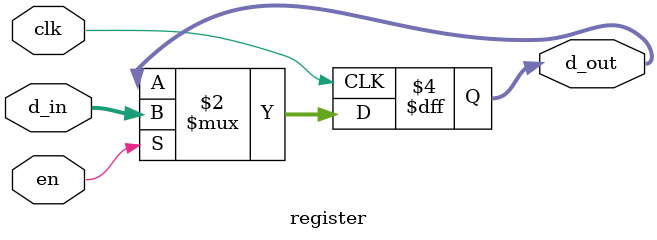
<source format=sv>
module register #(parameter Reg_size = 32)

	// I/O Definitions

(

	input  logic clk,
	input  logic en ,
	input  logic signed [Reg_size-1:0] d_in,
	
	output logic signed [Reg_size-1:0] d_out


);
	// Sequential Logic

	always_ff @(posedge clk) begin
		
		if(en) begin
		
			d_out <= d_in ;
			
		end
		
	end


endmodule
</source>
